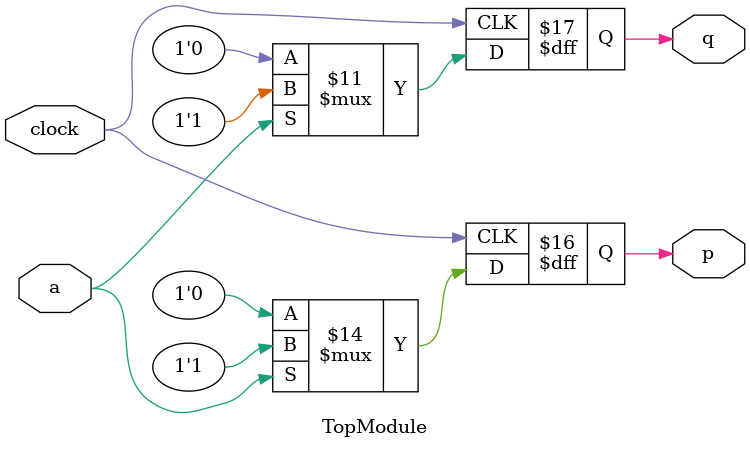
<source format=sv>

module TopModule (
  input clock,
  input a,
  output reg p,
  output reg q
);
always @(posedge clock) begin
    if (a == 1'b0) begin
        // Reset both outputs to 0 if 'a' is 0 on rising edge.
        p <= 1'b0;
        q <= 1'b0;
    end else begin
        // Set both outputs to 1 if 'a' is 1 on rising edge.
        p <= 1'b1;
        q <= 1'b1;
    end
end

always @(negedge clock) begin
    if (p == 1'b1 && q == 1'b0) begin
        // Maintain the state of both 'p' and 'q'.
        // No need to change anything as this is already correct based on observed behavior.
    end else if (p == 1'b1 && q == 1'b1) begin
        // Maintain the current states when both are 1 at a falling edge.
        // No need for any action here since they should remain unchanged.
    end
end

endmodule

</source>
